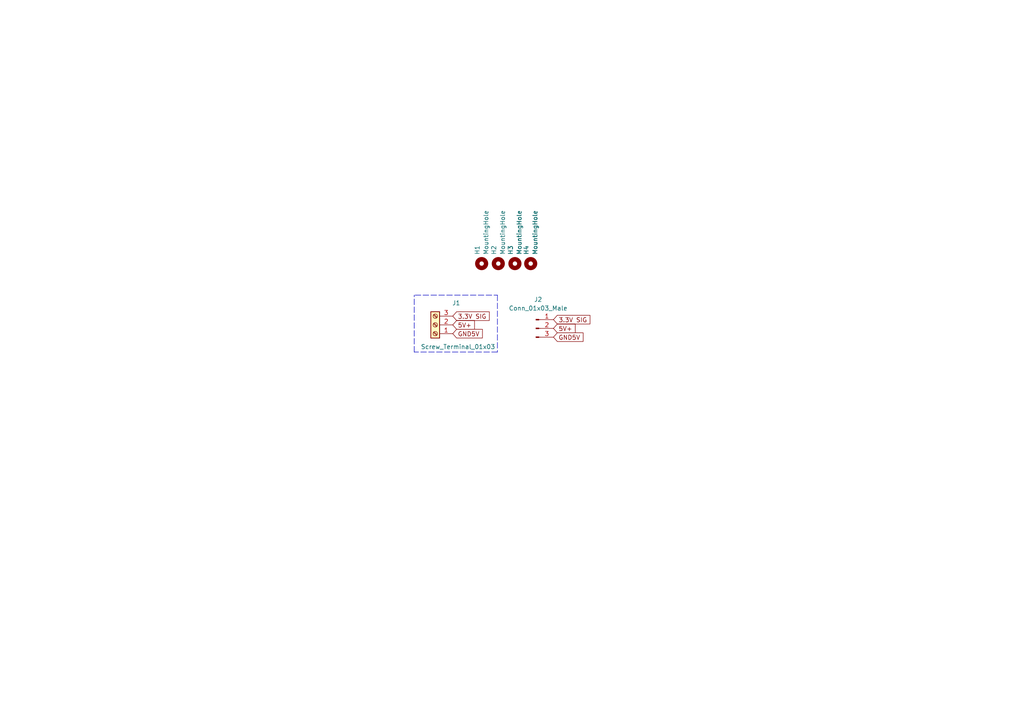
<source format=kicad_sch>
(kicad_sch (version 20211123) (generator eeschema)
  (paper "A4")
  (lib_symbols
    (symbol "Connector:Conn_01x03_Male" (pin_names (offset 1.016) hide)
      (property "Reference" "J" (at 0 5.08 0))
      (property "Value" "Conn_01x03_Male" (at 0 -5.08 0))
      (symbol "Conn_01x03_Male_1_1"
        (polyline (pts (xy 1.27 -2.54) (xy 0.8636 -2.54)) (stroke (width 0.1524)))
        (polyline (pts (xy 1.27 0) (xy 0.8636 0)) (stroke (width 0.1524)))
        (polyline (pts (xy 1.27 2.54) (xy 0.8636 2.54)) (stroke (width 0.1524)))
        (rectangle (start 0.8636 -2.413) (end 0 -2.667) (stroke (width 0.1524)) (fill (type outline)))
        (rectangle (start 0.8636 0.127) (end 0 -0.127) (stroke (width 0.1524)) (fill (type outline)))
        (rectangle (start 0.8636 2.667) (end 0 2.413) (stroke (width 0.1524)) (fill (type outline)))
        (pin passive line (at 5.08 2.54 180) (length 3.81) (name "Pin_1") (number "1"))
        (pin passive line (at 5.08 0 180) (length 3.81) (name "Pin_2") (number "2"))
        (pin passive line (at 5.08 -2.54 180) (length 3.81) (name "Pin_3") (number "3"))
      )
    )
    (symbol "Connector:Screw_Terminal_01x03" (pin_names (offset 1.016) hide)
      (property "Reference" "J" (at 0 5.08 0))
      (property "Value" "Screw_Terminal_01x03" (at 0 -5.08 0))
      (symbol "Screw_Terminal_01x03_1_1"
        (rectangle (start -1.27 3.81) (end 1.27 -3.81) (stroke (width 0.254)) (fill (type background)))
        (circle (center 0 -2.54) (radius 0.635) (stroke (width 0.1524)))
        (polyline (pts (xy -0.5334 -2.2098) (xy 0.3302 -3.048)) (stroke (width 0.1524)))
        (polyline (pts (xy -0.5334 0.3302) (xy 0.3302 -0.508)) (stroke (width 0.1524)))
        (polyline (pts (xy -0.5334 2.8702) (xy 0.3302 2.032)) (stroke (width 0.1524)))
        (polyline (pts (xy -0.3556 -2.032) (xy 0.508 -2.8702)) (stroke (width 0.1524)))
        (polyline (pts (xy -0.3556 0.508) (xy 0.508 -0.3302)) (stroke (width 0.1524)))
        (polyline (pts (xy -0.3556 3.048) (xy 0.508 2.2098)) (stroke (width 0.1524)))
        (circle (center 0 0) (radius 0.635) (stroke (width 0.1524)))
        (circle (center 0 2.54) (radius 0.635) (stroke (width 0.1524)))
        (pin passive line (at -5.08 2.54 0) (length 3.81) (name "Pin_1") (number "1"))
        (pin passive line (at -5.08 0 0) (length 3.81) (name "Pin_2") (number "2"))
        (pin passive line (at -5.08 -2.54 0) (length 3.81) (name "Pin_3") (number "3"))
      )
    )
    (symbol "Mechanical:MountingHole" (pin_names (offset 1.016))
      (property "Reference" "H" (at 0 5.08 0))
      (property "Value" "MountingHole" (at 0 3.175 0))
      (symbol "MountingHole_0_1"
        (circle (center 0 0) (radius 1.27) (stroke (width 1.27)))
      )
    )
  )
  (polyline (pts (xy 144.272 85.598) (xy 144.272 102.108)))
  (polyline (pts (xy 120.396 85.598) (xy 144.272 85.598)))
  (polyline (pts (xy 120.142 102.108) (xy 120.142 85.598)))
  (polyline (pts (xy 144.272 102.108) (xy 120.142 102.108)))
  (global_label "5V+" (shape input) (at 160.528 95.25 0) (property "Intersheet References" "${INTERSHEET_REFS}" (effects hide)))
  (global_label "GND5V" (shape input) (at 160.528 97.79 0) (property "Intersheet References" "${INTERSHEET_REFS}" (effects hide)))
  (global_label "GND5V" (shape input) (at 131.318 96.774 0) (property "Intersheet References" "${INTERSHEET_REFS}" (effects hide)))
  (global_label "3.3V SIG" (shape input) (at 131.318 91.694 0) (property "Intersheet References" "${INTERSHEET_REFS}" (effects hide)))
  (global_label "5V+" (shape input) (at 131.318 94.234 0) (property "Intersheet References" "${INTERSHEET_REFS}" (effects hide)))
  (global_label "3.3V SIG" (shape input) (at 160.528 92.71 0) (property "Intersheet References" "${INTERSHEET_REFS}" (effects hide)))
  (symbol (lib_id "Connector:Conn_01x03_Male") (at 155.448 95.25 0) (unit 1)
    (property "Reference" "J2" (at 156.083 86.868 0))
    (property "Value" "Conn_01x03_Male" (at 156.083 89.408 0))
    (property "Footprint" "Connector_PinHeader_2.54mm:PinHeader_1x03_P2.54mm_Vertical" (effects hide))
  )
  (symbol (lib_id "Mechanical:MountingHole") (at 144.526 76.454 90) (unit 1)
    (property "Reference" "H2" (at 143.2559 73.914 0) (effects (justify left)))
    (property "Value" "MountingHole" (at 145.7959 73.914 0) (effects (justify left)))
    (property "Footprint" "MountingHole:MountingHole_4.3mm_M4_DIN965_Pad" (effects hide))
  )
  (symbol (lib_id "Mechanical:MountingHole") (at 139.7 76.454 90) (unit 1)
    (property "Reference" "H1" (at 138.4299 73.914 0) (effects (justify left)))
    (property "Value" "MountingHole" (at 140.9699 73.914 0) (effects (justify left)))
    (property "Footprint" "MountingHole:MountingHole_4.3mm_M4_DIN965_Pad" (effects hide))
  )
  (symbol (lib_id "Mechanical:MountingHole") (at 153.924 76.454 90) (unit 1)
    (property "Reference" "H4" (at 152.6539 73.914 0) (effects (justify left)))
    (property "Value" "MountingHole" (at 155.1939 73.914 0) (effects (justify left)))
    (property "Footprint" "MountingHole:MountingHole_4.3mm_M4_DIN965_Pad" (effects hide))
  )
  (symbol (lib_id "Mechanical:MountingHole") (at 149.352 76.454 90) (unit 1)
    (property "Reference" "H3" (at 148.0819 73.914 0) (effects (justify left)))
    (property "Value" "MountingHole" (at 150.6219 73.914 0) (effects (justify left)))
    (property "Footprint" "MountingHole:MountingHole_4.3mm_M4_DIN965_Pad" (effects hide))
  )
  (symbol (lib_id "Connector:Screw_Terminal_01x03") (at 126.238 94.234 180) (unit 1)
    (property "Reference" "J1" (at 132.334 87.884 0))
    (property "Value" "Screw_Terminal_01x03" (at 132.842 100.584 0))
    (property "Footprint" "TerminalBlock:TerminalBlock_Altech_AK300-3_P5.00mm" (effects hide))
  )
)
</source>
